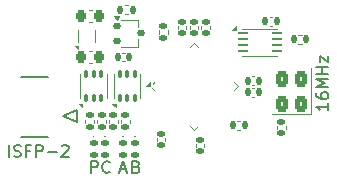
<source format=gbr>
%TF.GenerationSoftware,KiCad,Pcbnew,9.0.2*%
%TF.CreationDate,2025-06-09T13:24:08-05:00*%
%TF.ProjectId,ICEBATS384,49434542-4154-4533-9338-342e6b696361,rev?*%
%TF.SameCoordinates,Original*%
%TF.FileFunction,Legend,Top*%
%TF.FilePolarity,Positive*%
%FSLAX46Y46*%
G04 Gerber Fmt 4.6, Leading zero omitted, Abs format (unit mm)*
G04 Created by KiCad (PCBNEW 9.0.2) date 2025-06-09 13:24:08*
%MOMM*%
%LPD*%
G01*
G04 APERTURE LIST*
G04 Aperture macros list*
%AMRoundRect*
0 Rectangle with rounded corners*
0 $1 Rounding radius*
0 $2 $3 $4 $5 $6 $7 $8 $9 X,Y pos of 4 corners*
0 Add a 4 corners polygon primitive as box body*
4,1,4,$2,$3,$4,$5,$6,$7,$8,$9,$2,$3,0*
0 Add four circle primitives for the rounded corners*
1,1,$1+$1,$2,$3*
1,1,$1+$1,$4,$5*
1,1,$1+$1,$6,$7*
1,1,$1+$1,$8,$9*
0 Add four rect primitives between the rounded corners*
20,1,$1+$1,$2,$3,$4,$5,0*
20,1,$1+$1,$4,$5,$6,$7,0*
20,1,$1+$1,$6,$7,$8,$9,0*
20,1,$1+$1,$8,$9,$2,$3,0*%
%AMRotRect*
0 Rectangle, with rotation*
0 The origin of the aperture is its center*
0 $1 length*
0 $2 width*
0 $3 Rotation angle, in degrees counterclockwise*
0 Add horizontal line*
21,1,$1,$2,0,0,$3*%
%AMFreePoly0*
4,1,6,0.130000,0.115000,0.130000,-0.115000,-0.130000,-0.115000,-0.130000,0.275000,-0.020000,0.275000,0.130000,0.115000,0.130000,0.115000,$1*%
%AMFreePoly1*
4,1,6,0.130000,-0.115000,-0.130000,-0.115000,-0.130000,0.115000,0.020000,0.275000,0.130000,0.275000,0.130000,-0.115000,0.130000,-0.115000,$1*%
G04 Aperture macros list end*
%ADD10C,0.150000*%
%ADD11C,0.120000*%
%ADD12C,0.100000*%
%ADD13C,0.152400*%
%ADD14RoundRect,0.112500X-0.237500X0.112500X-0.237500X-0.112500X0.237500X-0.112500X0.237500X0.112500X0*%
%ADD15RoundRect,0.147500X-0.172500X0.147500X-0.172500X-0.147500X0.172500X-0.147500X0.172500X0.147500X0*%
%ADD16RoundRect,0.135000X0.185000X-0.135000X0.185000X0.135000X-0.185000X0.135000X-0.185000X-0.135000X0*%
%ADD17RoundRect,0.140000X0.170000X-0.140000X0.170000X0.140000X-0.170000X0.140000X-0.170000X-0.140000X0*%
%ADD18RoundRect,0.075000X0.075000X-0.247500X0.075000X0.247500X-0.075000X0.247500X-0.075000X-0.247500X0*%
%ADD19R,1.700000X1.010000*%
%ADD20RoundRect,0.225000X-0.225000X-0.250000X0.225000X-0.250000X0.225000X0.250000X-0.225000X0.250000X0*%
%ADD21C,2.200000*%
%ADD22RoundRect,0.140000X-0.140000X-0.170000X0.140000X-0.170000X0.140000X0.170000X-0.140000X0.170000X0*%
%ADD23RoundRect,0.062500X-0.387500X-0.062500X0.387500X-0.062500X0.387500X0.062500X-0.387500X0.062500X0*%
%ADD24R,0.200000X1.600000*%
%ADD25RoundRect,0.062500X-0.220971X-0.309359X0.309359X0.220971X0.220971X0.309359X-0.309359X-0.220971X0*%
%ADD26RoundRect,0.062500X0.220971X-0.309359X0.309359X-0.220971X-0.220971X0.309359X-0.309359X0.220971X0*%
%ADD27RotRect,3.100000X3.100000X45.000000*%
%ADD28RoundRect,0.135000X-0.185000X0.135000X-0.185000X-0.135000X0.185000X-0.135000X0.185000X0.135000X0*%
%ADD29RoundRect,0.135000X0.135000X0.185000X-0.135000X0.185000X-0.135000X-0.185000X0.135000X-0.185000X0*%
%ADD30RoundRect,0.140000X-0.170000X0.140000X-0.170000X-0.140000X0.170000X-0.140000X0.170000X0.140000X0*%
%ADD31RoundRect,0.140000X0.140000X0.170000X-0.140000X0.170000X-0.140000X-0.170000X0.140000X-0.170000X0*%
%ADD32FreePoly0,0.000000*%
%ADD33FreePoly1,0.000000*%
%ADD34FreePoly0,180.000000*%
%ADD35FreePoly1,180.000000*%
%ADD36RotRect,0.520000X0.520000X225.000000*%
%ADD37R,0.700000X0.220000*%
%ADD38R,0.500000X1.000000*%
%ADD39RoundRect,0.250000X0.300000X-0.400000X0.300000X0.400000X-0.300000X0.400000X-0.300000X-0.400000X0*%
G04 APERTURE END LIST*
D10*
X52869819Y-41439411D02*
X52869819Y-42010839D01*
X52869819Y-41725125D02*
X51869819Y-41725125D01*
X51869819Y-41725125D02*
X52012676Y-41820363D01*
X52012676Y-41820363D02*
X52107914Y-41915601D01*
X52107914Y-41915601D02*
X52155533Y-42010839D01*
X51869819Y-40582268D02*
X51869819Y-40772744D01*
X51869819Y-40772744D02*
X51917438Y-40867982D01*
X51917438Y-40867982D02*
X51965057Y-40915601D01*
X51965057Y-40915601D02*
X52107914Y-41010839D01*
X52107914Y-41010839D02*
X52298390Y-41058458D01*
X52298390Y-41058458D02*
X52679342Y-41058458D01*
X52679342Y-41058458D02*
X52774580Y-41010839D01*
X52774580Y-41010839D02*
X52822200Y-40963220D01*
X52822200Y-40963220D02*
X52869819Y-40867982D01*
X52869819Y-40867982D02*
X52869819Y-40677506D01*
X52869819Y-40677506D02*
X52822200Y-40582268D01*
X52822200Y-40582268D02*
X52774580Y-40534649D01*
X52774580Y-40534649D02*
X52679342Y-40487030D01*
X52679342Y-40487030D02*
X52441247Y-40487030D01*
X52441247Y-40487030D02*
X52346009Y-40534649D01*
X52346009Y-40534649D02*
X52298390Y-40582268D01*
X52298390Y-40582268D02*
X52250771Y-40677506D01*
X52250771Y-40677506D02*
X52250771Y-40867982D01*
X52250771Y-40867982D02*
X52298390Y-40963220D01*
X52298390Y-40963220D02*
X52346009Y-41010839D01*
X52346009Y-41010839D02*
X52441247Y-41058458D01*
X52869819Y-40058458D02*
X51869819Y-40058458D01*
X51869819Y-40058458D02*
X52584104Y-39725125D01*
X52584104Y-39725125D02*
X51869819Y-39391792D01*
X51869819Y-39391792D02*
X52869819Y-39391792D01*
X52869819Y-38915601D02*
X51869819Y-38915601D01*
X52346009Y-38915601D02*
X52346009Y-38344173D01*
X52869819Y-38344173D02*
X51869819Y-38344173D01*
X52203152Y-37963220D02*
X52203152Y-37439411D01*
X52203152Y-37439411D02*
X52869819Y-37963220D01*
X52869819Y-37963220D02*
X52869819Y-37439411D01*
X25836779Y-45969819D02*
X25836779Y-44969819D01*
X26265350Y-45922200D02*
X26408207Y-45969819D01*
X26408207Y-45969819D02*
X26646302Y-45969819D01*
X26646302Y-45969819D02*
X26741540Y-45922200D01*
X26741540Y-45922200D02*
X26789159Y-45874580D01*
X26789159Y-45874580D02*
X26836778Y-45779342D01*
X26836778Y-45779342D02*
X26836778Y-45684104D01*
X26836778Y-45684104D02*
X26789159Y-45588866D01*
X26789159Y-45588866D02*
X26741540Y-45541247D01*
X26741540Y-45541247D02*
X26646302Y-45493628D01*
X26646302Y-45493628D02*
X26455826Y-45446009D01*
X26455826Y-45446009D02*
X26360588Y-45398390D01*
X26360588Y-45398390D02*
X26312969Y-45350771D01*
X26312969Y-45350771D02*
X26265350Y-45255533D01*
X26265350Y-45255533D02*
X26265350Y-45160295D01*
X26265350Y-45160295D02*
X26312969Y-45065057D01*
X26312969Y-45065057D02*
X26360588Y-45017438D01*
X26360588Y-45017438D02*
X26455826Y-44969819D01*
X26455826Y-44969819D02*
X26693921Y-44969819D01*
X26693921Y-44969819D02*
X26836778Y-45017438D01*
X27598683Y-45446009D02*
X27265350Y-45446009D01*
X27265350Y-45969819D02*
X27265350Y-44969819D01*
X27265350Y-44969819D02*
X27741540Y-44969819D01*
X28122493Y-45969819D02*
X28122493Y-44969819D01*
X28122493Y-44969819D02*
X28503445Y-44969819D01*
X28503445Y-44969819D02*
X28598683Y-45017438D01*
X28598683Y-45017438D02*
X28646302Y-45065057D01*
X28646302Y-45065057D02*
X28693921Y-45160295D01*
X28693921Y-45160295D02*
X28693921Y-45303152D01*
X28693921Y-45303152D02*
X28646302Y-45398390D01*
X28646302Y-45398390D02*
X28598683Y-45446009D01*
X28598683Y-45446009D02*
X28503445Y-45493628D01*
X28503445Y-45493628D02*
X28122493Y-45493628D01*
X29122493Y-45588866D02*
X29884398Y-45588866D01*
X30312969Y-45065057D02*
X30360588Y-45017438D01*
X30360588Y-45017438D02*
X30455826Y-44969819D01*
X30455826Y-44969819D02*
X30693921Y-44969819D01*
X30693921Y-44969819D02*
X30789159Y-45017438D01*
X30789159Y-45017438D02*
X30836778Y-45065057D01*
X30836778Y-45065057D02*
X30884397Y-45160295D01*
X30884397Y-45160295D02*
X30884397Y-45255533D01*
X30884397Y-45255533D02*
X30836778Y-45398390D01*
X30836778Y-45398390D02*
X30265350Y-45969819D01*
X30265350Y-45969819D02*
X30884397Y-45969819D01*
X35242159Y-47034041D02*
X35718349Y-47034041D01*
X35146921Y-47319756D02*
X35480254Y-46319756D01*
X35480254Y-46319756D02*
X35813587Y-47319756D01*
X34361206Y-47224517D02*
X34313587Y-47272137D01*
X34313587Y-47272137D02*
X34170730Y-47319756D01*
X34170730Y-47319756D02*
X34075492Y-47319756D01*
X34075492Y-47319756D02*
X33932635Y-47272137D01*
X33932635Y-47272137D02*
X33837397Y-47176898D01*
X33837397Y-47176898D02*
X33789778Y-47081660D01*
X33789778Y-47081660D02*
X33742159Y-46891184D01*
X33742159Y-46891184D02*
X33742159Y-46748327D01*
X33742159Y-46748327D02*
X33789778Y-46557851D01*
X33789778Y-46557851D02*
X33837397Y-46462613D01*
X33837397Y-46462613D02*
X33932635Y-46367375D01*
X33932635Y-46367375D02*
X34075492Y-46319756D01*
X34075492Y-46319756D02*
X34170730Y-46319756D01*
X34170730Y-46319756D02*
X34313587Y-46367375D01*
X34313587Y-46367375D02*
X34361206Y-46414994D01*
X36623111Y-46795946D02*
X36765968Y-46843565D01*
X36765968Y-46843565D02*
X36813587Y-46891184D01*
X36813587Y-46891184D02*
X36861206Y-46986422D01*
X36861206Y-46986422D02*
X36861206Y-47129279D01*
X36861206Y-47129279D02*
X36813587Y-47224517D01*
X36813587Y-47224517D02*
X36765968Y-47272137D01*
X36765968Y-47272137D02*
X36670730Y-47319756D01*
X36670730Y-47319756D02*
X36289778Y-47319756D01*
X36289778Y-47319756D02*
X36289778Y-46319756D01*
X36289778Y-46319756D02*
X36623111Y-46319756D01*
X36623111Y-46319756D02*
X36718349Y-46367375D01*
X36718349Y-46367375D02*
X36765968Y-46414994D01*
X36765968Y-46414994D02*
X36813587Y-46510232D01*
X36813587Y-46510232D02*
X36813587Y-46605470D01*
X36813587Y-46605470D02*
X36765968Y-46700708D01*
X36765968Y-46700708D02*
X36718349Y-46748327D01*
X36718349Y-46748327D02*
X36623111Y-46795946D01*
X36623111Y-46795946D02*
X36289778Y-46795946D01*
X32789778Y-47319756D02*
X32789778Y-46319756D01*
X32789778Y-46319756D02*
X33170730Y-46319756D01*
X33170730Y-46319756D02*
X33265968Y-46367375D01*
X33265968Y-46367375D02*
X33313587Y-46414994D01*
X33313587Y-46414994D02*
X33361206Y-46510232D01*
X33361206Y-46510232D02*
X33361206Y-46653089D01*
X33361206Y-46653089D02*
X33313587Y-46748327D01*
X33313587Y-46748327D02*
X33265968Y-46795946D01*
X33265968Y-46795946D02*
X33170730Y-46843565D01*
X33170730Y-46843565D02*
X32789778Y-46843565D01*
D11*
%TO.C,U3*%
X34950000Y-34360000D02*
X34710000Y-34030000D01*
X35190000Y-34030000D01*
X34950000Y-34360000D01*
G36*
X34950000Y-34360000D02*
G01*
X34710000Y-34030000D01*
X35190000Y-34030000D01*
X34950000Y-34360000D01*
G37*
X36730000Y-36000000D02*
X36730000Y-36660000D01*
X36730000Y-34340000D02*
X36730000Y-35000000D01*
X35320000Y-36660000D02*
X36730000Y-36660000D01*
X35320000Y-34340000D02*
X36730000Y-34340000D01*
D12*
%TO.C,D2*%
X34050000Y-44225000D02*
G75*
G02*
X33950000Y-44225000I-50000J0D01*
G01*
X33950000Y-44225000D02*
G75*
G02*
X34050000Y-44225000I50000J0D01*
G01*
D11*
%TO.C,R6*%
X34066790Y-43112352D02*
X34066790Y-42805070D01*
X33306790Y-43112352D02*
X33306790Y-42805070D01*
%TO.C,R5*%
X33066790Y-43112352D02*
X33066790Y-42805070D01*
X32306790Y-43112352D02*
X32306790Y-42805070D01*
%TO.C,R7*%
X35066790Y-43112352D02*
X35066790Y-42805070D01*
X34306790Y-43112352D02*
X34306790Y-42805070D01*
%TO.C,C7*%
X41140000Y-35107836D02*
X41140000Y-34892164D01*
X41860000Y-35107836D02*
X41860000Y-34892164D01*
D12*
%TO.C,D4*%
X36550000Y-44225000D02*
G75*
G02*
X36450000Y-44225000I-50000J0D01*
G01*
X36450000Y-44225000D02*
G75*
G02*
X36550000Y-44225000I50000J0D01*
G01*
D11*
%TO.C,Q1*%
X31890000Y-40972500D02*
X31890000Y-38972500D01*
X34110000Y-40972500D02*
X34110000Y-38972500D01*
X32030000Y-41772500D02*
X31750000Y-41492500D01*
X32030000Y-41492500D01*
X32030000Y-41772500D01*
G36*
X32030000Y-41772500D02*
G01*
X31750000Y-41492500D01*
X32030000Y-41492500D01*
X32030000Y-41772500D01*
G37*
%TO.C,C9*%
X32584420Y-33490000D02*
X32865580Y-33490000D01*
X32584420Y-34510000D02*
X32865580Y-34510000D01*
%TO.C,Q2*%
X34740000Y-40972500D02*
X34740000Y-38972500D01*
X36960000Y-40972500D02*
X36960000Y-38972500D01*
X34880000Y-41772500D02*
X34600000Y-41492500D01*
X34880000Y-41492500D01*
X34880000Y-41772500D01*
G36*
X34880000Y-41772500D02*
G01*
X34600000Y-41492500D01*
X34880000Y-41492500D01*
X34880000Y-41772500D01*
G37*
%TO.C,C11*%
X35412164Y-37140000D02*
X35627836Y-37140000D01*
X35412164Y-37860000D02*
X35627836Y-37860000D01*
%TO.C,U2*%
X45575000Y-35115000D02*
X48575000Y-35115000D01*
X45575000Y-37385000D02*
X48575000Y-37385000D01*
X45025000Y-35200000D02*
X44745000Y-35200000D01*
X45025000Y-34920000D01*
X45025000Y-35200000D01*
G36*
X45025000Y-35200000D02*
G01*
X44745000Y-35200000D01*
X45025000Y-34920000D01*
X45025000Y-35200000D01*
G37*
%TO.C,U1*%
X38144778Y-39664124D02*
X38021035Y-39787868D01*
X38144778Y-40335876D02*
X37978608Y-40169706D01*
X41164124Y-36644778D02*
X41500000Y-36308903D01*
X41500000Y-36308903D02*
X41835876Y-36644778D01*
X41500000Y-43691097D02*
X41164124Y-43355222D01*
X41835876Y-43355222D02*
X41500000Y-43691097D01*
X44855222Y-40335876D02*
X45191097Y-40000000D01*
X45191097Y-40000000D02*
X44855222Y-39664124D01*
X37808903Y-40000000D02*
X37405852Y-39936360D01*
X37745263Y-39596949D01*
X37808903Y-40000000D01*
G36*
X37808903Y-40000000D02*
G01*
X37405852Y-39936360D01*
X37745263Y-39596949D01*
X37808903Y-40000000D01*
G37*
%TO.C,R3*%
X38520000Y-35236359D02*
X38520000Y-35543641D01*
X39280000Y-35236359D02*
X39280000Y-35543641D01*
%TO.C,R1*%
X45443641Y-42920000D02*
X45136359Y-42920000D01*
X45443641Y-43680000D02*
X45136359Y-43680000D01*
%TO.C,C5*%
X38340000Y-44392164D02*
X38340000Y-44607836D01*
X39060000Y-44392164D02*
X39060000Y-44607836D01*
%TO.C,R4*%
X50653641Y-35620000D02*
X50346359Y-35620000D01*
X50653641Y-36380000D02*
X50346359Y-36380000D01*
%TO.C,C4*%
X41640000Y-44872164D02*
X41640000Y-45087836D01*
X42360000Y-44872164D02*
X42360000Y-45087836D01*
%TO.C,C8*%
X48127836Y-34140000D02*
X47912164Y-34140000D01*
X48127836Y-34860000D02*
X47912164Y-34860000D01*
D12*
%TO.C,D3*%
X35550000Y-44225000D02*
G75*
G02*
X35450000Y-44225000I-50000J0D01*
G01*
X35450000Y-44225000D02*
G75*
G02*
X35550000Y-44225000I50000J0D01*
G01*
D11*
%TO.C,C3*%
X46412164Y-39140000D02*
X46627836Y-39140000D01*
X46412164Y-39860000D02*
X46627836Y-39860000D01*
%TO.C,C12*%
X48540000Y-43372164D02*
X48540000Y-43587836D01*
X49260000Y-43372164D02*
X49260000Y-43587836D01*
D12*
%TO.C,D1*%
X33050000Y-44225000D02*
G75*
G02*
X32950000Y-44225000I-50000J0D01*
G01*
X32950000Y-44225000D02*
G75*
G02*
X33050000Y-44225000I50000J0D01*
G01*
D11*
%TO.C,C10*%
X32584420Y-36990000D02*
X32865580Y-36990000D01*
X32584420Y-38010000D02*
X32865580Y-38010000D01*
%TO.C,U4*%
X31644627Y-35255502D02*
X31644627Y-36255502D01*
X33084627Y-36255502D02*
X33084627Y-35255502D01*
X31724627Y-36825502D02*
X31444627Y-36545502D01*
X31724627Y-36545502D01*
X31724627Y-36825502D01*
G36*
X31724627Y-36825502D02*
G01*
X31444627Y-36545502D01*
X31724627Y-36545502D01*
X31724627Y-36825502D01*
G37*
D13*
%TO.C,J1*%
X26861072Y-44299999D02*
X29138928Y-44299999D01*
X29138928Y-39200009D02*
X26861072Y-39200009D01*
X31582000Y-42013999D02*
X30388200Y-42521999D01*
X31582000Y-43029999D02*
X30388200Y-42521999D01*
X31582000Y-43029999D02*
X31582000Y-42013999D01*
D11*
%TO.C,C2*%
X46412164Y-40140000D02*
X46627836Y-40140000D01*
X46412164Y-40860000D02*
X46627836Y-40860000D01*
%TO.C,C1*%
X42140000Y-35107836D02*
X42140000Y-34892164D01*
X42860000Y-35107836D02*
X42860000Y-34892164D01*
%TO.C,R2*%
X35943641Y-33120000D02*
X35636359Y-33120000D01*
X35943641Y-33880000D02*
X35636359Y-33880000D01*
%TO.C,Y1*%
X48139651Y-42363204D02*
X51409651Y-42363204D01*
X51409651Y-42363204D02*
X51409651Y-38443204D01*
%TO.C,C6*%
X40140000Y-35107836D02*
X40140000Y-34892164D01*
X40860000Y-35107836D02*
X40860000Y-34892164D01*
%TO.C,R8*%
X36066790Y-43112352D02*
X36066790Y-42805070D01*
X35306790Y-43112352D02*
X35306790Y-42805070D01*
%TD*%
%LPC*%
D14*
%TO.C,U3*%
X37000000Y-35500000D03*
X35000000Y-36150000D03*
X35000000Y-34850000D03*
%TD*%
D15*
%TO.C,D2*%
X34000000Y-45800000D03*
X34000000Y-44830000D03*
%TD*%
D16*
%TO.C,R6*%
X33686790Y-42448711D03*
X33686790Y-43468711D03*
%TD*%
%TO.C,R5*%
X32686790Y-42448711D03*
X32686790Y-43468711D03*
%TD*%
%TO.C,R7*%
X34686790Y-42448711D03*
X34686790Y-43468711D03*
%TD*%
D17*
%TO.C,C7*%
X41500000Y-35480000D03*
X41500000Y-34520000D03*
%TD*%
D15*
%TO.C,D4*%
X36500000Y-44830000D03*
X36500000Y-45800000D03*
%TD*%
D18*
%TO.C,Q1*%
X32350000Y-41000000D03*
X33000000Y-41000000D03*
X33650000Y-41000000D03*
X33650000Y-38945000D03*
X33000000Y-38945000D03*
X32350000Y-38945000D03*
D19*
X33000000Y-39972500D03*
%TD*%
D20*
%TO.C,C9*%
X31950000Y-34000000D03*
X33500000Y-34000000D03*
%TD*%
D18*
%TO.C,Q2*%
X35200000Y-41000000D03*
X35850000Y-41000000D03*
X36500000Y-41000000D03*
X36500000Y-38945000D03*
X35850000Y-38945000D03*
X35200000Y-38945000D03*
D19*
X35850000Y-39972500D03*
%TD*%
D21*
%TO.C,REF\u002A\u002A*%
X52500000Y-45000000D03*
%TD*%
D22*
%TO.C,C11*%
X35040000Y-37500000D03*
X36000000Y-37500000D03*
%TD*%
D23*
%TO.C,U2*%
X45650000Y-35500000D03*
X45650000Y-36000000D03*
X45650000Y-36500000D03*
X45650000Y-37000000D03*
X48500000Y-37000000D03*
X48500000Y-36500000D03*
X48500000Y-36000000D03*
X48500000Y-35500000D03*
D24*
X47075000Y-36250000D03*
%TD*%
D25*
%TO.C,U1*%
X38538990Y-40486136D03*
X38892544Y-40839689D03*
X39246097Y-41193243D03*
X39599651Y-41546796D03*
X39953204Y-41900349D03*
X40306757Y-42253903D03*
X40660311Y-42607456D03*
X41013864Y-42961010D03*
D26*
X41986136Y-42961010D03*
X42339689Y-42607456D03*
X42693243Y-42253903D03*
X43046796Y-41900349D03*
X43400349Y-41546796D03*
X43753903Y-41193243D03*
X44107456Y-40839689D03*
X44461010Y-40486136D03*
D25*
X44461010Y-39513864D03*
X44107456Y-39160311D03*
X43753903Y-38806757D03*
X43400349Y-38453204D03*
X43046796Y-38099651D03*
X42693243Y-37746097D03*
X42339689Y-37392544D03*
X41986136Y-37038990D03*
D26*
X41013864Y-37038990D03*
X40660311Y-37392544D03*
X40306757Y-37746097D03*
X39953204Y-38099651D03*
X39599651Y-38453204D03*
X39246097Y-38806757D03*
X38892544Y-39160311D03*
X38538990Y-39513864D03*
D27*
X41500000Y-40000000D03*
%TD*%
D28*
%TO.C,R3*%
X38900000Y-34880000D03*
X38900000Y-35900000D03*
%TD*%
D29*
%TO.C,R1*%
X45800000Y-43300000D03*
X44780000Y-43300000D03*
%TD*%
D30*
%TO.C,C5*%
X38700000Y-44020000D03*
X38700000Y-44980000D03*
%TD*%
D29*
%TO.C,R4*%
X51010000Y-36000000D03*
X49990000Y-36000000D03*
%TD*%
D21*
%TO.C,REF\u002A\u002A*%
X27500000Y-35000000D03*
%TD*%
D30*
%TO.C,C4*%
X42000000Y-44500000D03*
X42000000Y-45460000D03*
%TD*%
D31*
%TO.C,C8*%
X48500000Y-34500000D03*
X47540000Y-34500000D03*
%TD*%
D15*
%TO.C,D3*%
X35500000Y-44830000D03*
X35500000Y-45800000D03*
%TD*%
D22*
%TO.C,C3*%
X46040000Y-39500000D03*
X47000000Y-39500000D03*
%TD*%
D30*
%TO.C,C12*%
X48900000Y-43000000D03*
X48900000Y-43960000D03*
%TD*%
D15*
%TO.C,D1*%
X33000000Y-44830000D03*
X33000000Y-45800000D03*
%TD*%
D20*
%TO.C,C10*%
X31950000Y-37500000D03*
X33500000Y-37500000D03*
%TD*%
D32*
%TO.C,U4*%
X32039627Y-36240502D03*
D33*
X32689627Y-36240502D03*
D34*
X32689627Y-35270502D03*
D35*
X32039627Y-35270502D03*
D36*
X32364627Y-35755502D03*
%TD*%
D37*
%TO.C,J1*%
X29549999Y-42550005D03*
X29549999Y-42150003D03*
X29549999Y-41750004D03*
X29549999Y-41350005D03*
X29549999Y-40950003D03*
X26450001Y-42550005D03*
X26450001Y-42150003D03*
X26450001Y-41750004D03*
X26450001Y-41350005D03*
X26450001Y-40950003D03*
D38*
X29500000Y-43500000D03*
X29500000Y-40000008D03*
X26500000Y-43500000D03*
X26500000Y-40000008D03*
%TD*%
D22*
%TO.C,C2*%
X46040000Y-40500000D03*
X47000000Y-40500000D03*
%TD*%
D17*
%TO.C,C1*%
X42500000Y-35480000D03*
X42500000Y-34520000D03*
%TD*%
D29*
%TO.C,R2*%
X36300000Y-33500000D03*
X35280000Y-33500000D03*
%TD*%
D39*
%TO.C,Y1*%
X50599651Y-41453204D03*
X50599651Y-39353204D03*
X48949651Y-39353204D03*
X48949651Y-41453204D03*
%TD*%
D17*
%TO.C,C6*%
X40500000Y-35480000D03*
X40500000Y-34520000D03*
%TD*%
D16*
%TO.C,R8*%
X35686790Y-42448711D03*
X35686790Y-43468711D03*
%TD*%
%LPD*%
M02*

</source>
